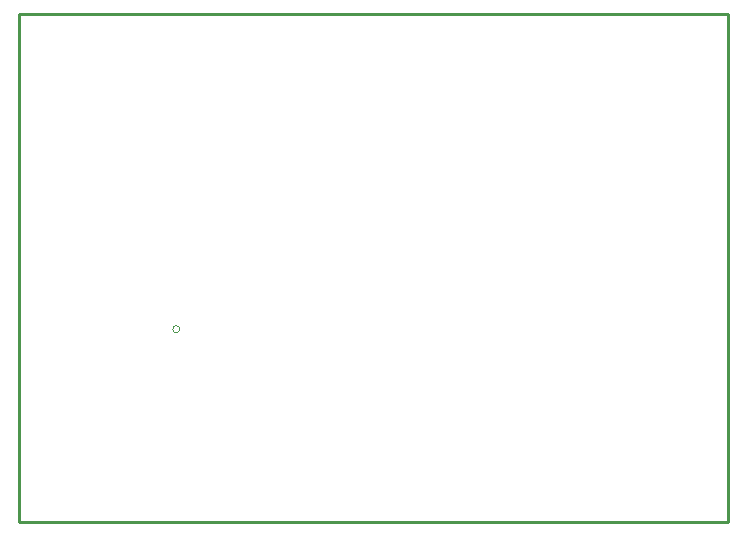
<source format=gbr>
G04 #@! TF.GenerationSoftware,KiCad,Pcbnew,(6.0.11)*
G04 #@! TF.CreationDate,2023-11-25T18:09:57+08:00*
G04 #@! TF.ProjectId,F1c200s_XhtCore,46316332-3030-4735-9f58-6874436f7265,rev?*
G04 #@! TF.SameCoordinates,Original*
G04 #@! TF.FileFunction,Legend,Bot*
G04 #@! TF.FilePolarity,Positive*
%FSLAX46Y46*%
G04 Gerber Fmt 4.6, Leading zero omitted, Abs format (unit mm)*
G04 Created by KiCad (PCBNEW (6.0.11)) date 2023-11-25 18:09:57*
%MOMM*%
%LPD*%
G01*
G04 APERTURE LIST*
%ADD10C,0.254000*%
%ADD11C,0.120000*%
G04 APERTURE END LIST*
D10*
G04 #@! TO.C,UNK1*
X115299933Y-72200043D02*
X175300067Y-72200043D01*
X115299933Y-72200043D02*
X115299933Y-115199957D01*
X175300067Y-72200043D02*
X175300067Y-115199957D01*
X115299933Y-115199957D02*
X175300067Y-115199957D01*
D11*
X128900000Y-98900000D02*
G75*
G03*
X128900000Y-98900000I-300000J0D01*
G01*
G04 #@! TD*
M02*

</source>
